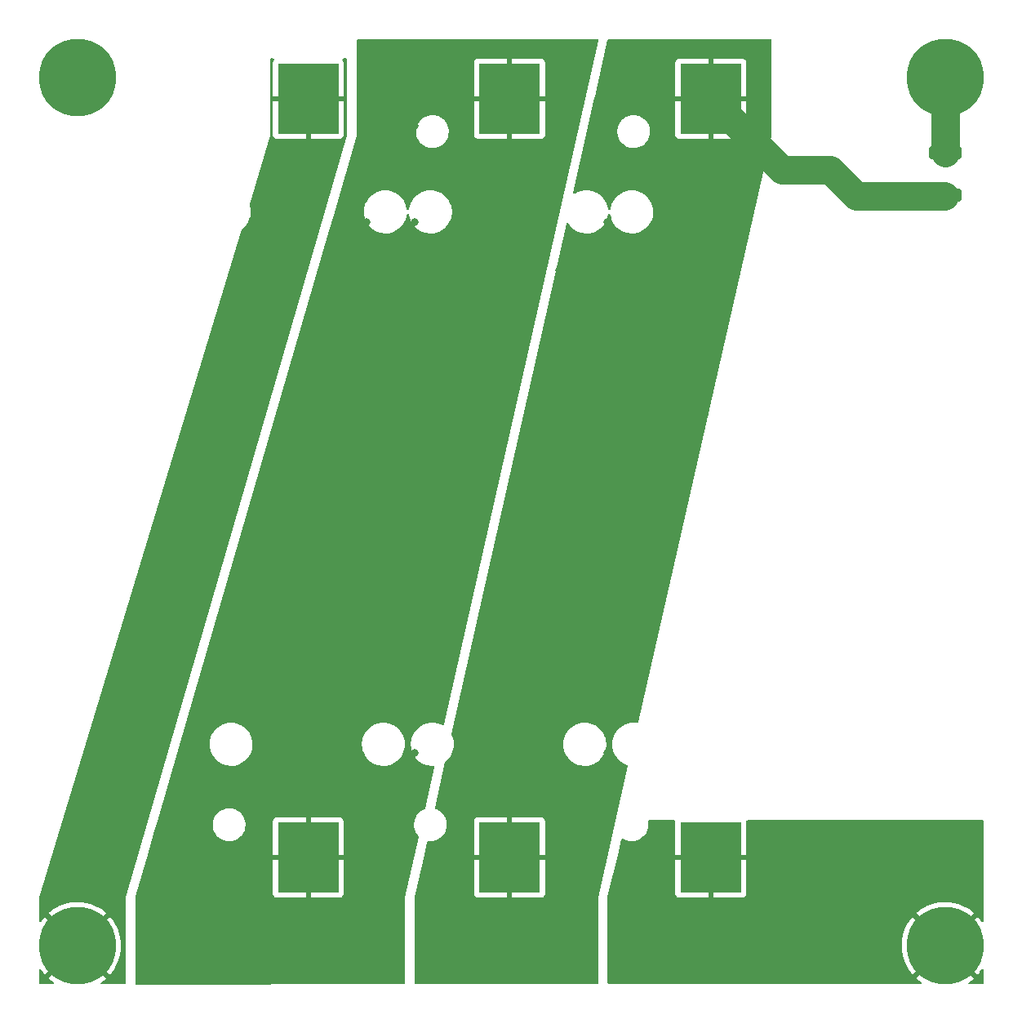
<source format=gbr>
%TF.GenerationSoftware,KiCad,Pcbnew,(6.0.7)*%
%TF.CreationDate,2022-10-24T21:40:11-07:00*%
%TF.ProjectId,18650_3s2p,31383635-305f-4337-9332-702e6b696361,2.0*%
%TF.SameCoordinates,Original*%
%TF.FileFunction,Copper,L2,Bot*%
%TF.FilePolarity,Positive*%
%FSLAX46Y46*%
G04 Gerber Fmt 4.6, Leading zero omitted, Abs format (unit mm)*
G04 Created by KiCad (PCBNEW (6.0.7)) date 2022-10-24 21:40:11*
%MOMM*%
%LPD*%
G01*
G04 APERTURE LIST*
G04 Aperture macros list*
%AMRoundRect*
0 Rectangle with rounded corners*
0 $1 Rounding radius*
0 $2 $3 $4 $5 $6 $7 $8 $9 X,Y pos of 4 corners*
0 Add a 4 corners polygon primitive as box body*
4,1,4,$2,$3,$4,$5,$6,$7,$8,$9,$2,$3,0*
0 Add four circle primitives for the rounded corners*
1,1,$1+$1,$2,$3*
1,1,$1+$1,$4,$5*
1,1,$1+$1,$6,$7*
1,1,$1+$1,$8,$9*
0 Add four rect primitives between the rounded corners*
20,1,$1+$1,$2,$3,$4,$5,0*
20,1,$1+$1,$4,$5,$6,$7,0*
20,1,$1+$1,$6,$7,$8,$9,0*
20,1,$1+$1,$8,$9,$2,$3,0*%
G04 Aperture macros list end*
%TA.AperFunction,SMDPad,CuDef*%
%ADD10R,6.350000X7.340000*%
%TD*%
%TA.AperFunction,ComponentPad*%
%ADD11C,0.900000*%
%TD*%
%TA.AperFunction,ComponentPad*%
%ADD12C,8.000000*%
%TD*%
%TA.AperFunction,SMDPad,CuDef*%
%ADD13RoundRect,0.250000X1.450000X-0.400000X1.450000X0.400000X-1.450000X0.400000X-1.450000X-0.400000X0*%
%TD*%
%TA.AperFunction,ViaPad*%
%ADD14C,0.800000*%
%TD*%
%TA.AperFunction,Conductor*%
%ADD15C,3.000000*%
%TD*%
%TA.AperFunction,Conductor*%
%ADD16C,0.250000*%
%TD*%
G04 APERTURE END LIST*
D10*
%TO.P,BT6,1,+*%
%TO.N,B1*%
X120700000Y-57190000D03*
%TO.P,BT6,2,-*%
%TO.N,B-*%
X120700000Y-135850000D03*
%TD*%
%TO.P,BT4,1,+*%
%TO.N,B+*%
X78940000Y-57190000D03*
%TO.P,BT4,2,-*%
%TO.N,B2*%
X78940000Y-135850000D03*
%TD*%
%TO.P,BT5,1,+*%
%TO.N,B2*%
X99820000Y-57190000D03*
%TO.P,BT5,2,-*%
%TO.N,B1*%
X99820000Y-135850000D03*
%TD*%
D11*
%TO.P,H4,1,1*%
%TO.N,B-*%
X142000000Y-145000000D03*
X147121320Y-142878680D03*
X145000000Y-148000000D03*
X147121320Y-147121320D03*
X142878680Y-147121320D03*
X142878680Y-142878680D03*
X145000000Y-142000000D03*
D12*
X145000000Y-145000000D03*
D11*
X148000000Y-145000000D03*
%TD*%
%TO.P,H3,1,1*%
%TO.N,Net-(F1-Pad2)*%
X142000000Y-55000000D03*
X147121320Y-52878680D03*
X145000000Y-58000000D03*
X147121320Y-57121320D03*
X142878680Y-57121320D03*
X142878680Y-52878680D03*
X145000000Y-52000000D03*
D12*
X145000000Y-55000000D03*
D11*
X148000000Y-55000000D03*
%TD*%
%TO.P,H2,1,1*%
%TO.N,Net-(F2-Pad2)*%
X52000000Y-55000000D03*
X57121320Y-52878680D03*
X55000000Y-58000000D03*
X57121320Y-57121320D03*
X52878680Y-57121320D03*
X52878680Y-52878680D03*
X55000000Y-52000000D03*
D12*
X55000000Y-55000000D03*
D11*
X58000000Y-55000000D03*
%TD*%
%TO.P,H1,1,1*%
%TO.N,B+*%
X52000000Y-145000000D03*
X57121320Y-142878680D03*
X55000000Y-148000000D03*
X57121320Y-147121320D03*
X52878680Y-147121320D03*
X52878680Y-142878680D03*
X55000000Y-142000000D03*
D12*
X55000000Y-145000000D03*
D11*
X58000000Y-145000000D03*
%TD*%
D13*
%TO.P,F1,2*%
%TO.N,Net-(F1-Pad2)*%
X145000000Y-62775000D03*
%TO.P,F1,1*%
%TO.N,B1*%
X145000000Y-67225000D03*
%TD*%
D14*
%TO.N,B2*%
X85000000Y-55000000D03*
X90000000Y-60000000D03*
X85000000Y-60000000D03*
X90000000Y-65000000D03*
X85000000Y-65000000D03*
X90000000Y-70000000D03*
X85000000Y-70000000D03*
X90000000Y-75000000D03*
X85000000Y-75000000D03*
X95000000Y-80000000D03*
X90000000Y-80100000D03*
X85000000Y-80100000D03*
X80000000Y-80000000D03*
X95000000Y-85000000D03*
X90000000Y-85000000D03*
X85000000Y-85000000D03*
X80000000Y-85000000D03*
X95000000Y-90000000D03*
X90000000Y-90000000D03*
X85000000Y-90000000D03*
X80000000Y-90000000D03*
X95000000Y-95000000D03*
X90000000Y-95000000D03*
X85000000Y-95000000D03*
X80000000Y-95000000D03*
X95000000Y-100000000D03*
X90000000Y-100000000D03*
X85000000Y-100000000D03*
X95000000Y-105000000D03*
X90000000Y-105000000D03*
X85000000Y-105000000D03*
X95000000Y-110000000D03*
X90000000Y-110000000D03*
X85000000Y-110000000D03*
X85000000Y-115000000D03*
X90000000Y-130000000D03*
X90000000Y-125000000D03*
X90000000Y-120000000D03*
X90000000Y-115000000D03*
%TO.N,B1*%
X115000000Y-55000000D03*
X110000000Y-55000000D03*
X110000000Y-130000000D03*
X110000000Y-125000000D03*
X110000000Y-120000000D03*
X115000000Y-60000000D03*
X110000000Y-60000000D03*
X115000000Y-65000000D03*
X110000000Y-65000000D03*
X120000000Y-75000000D03*
X115000000Y-70000000D03*
X110000000Y-70000000D03*
X105000000Y-75000000D03*
X115000000Y-75000000D03*
X110000000Y-75000000D03*
X120000000Y-80000000D03*
X120000000Y-85000000D03*
X120000000Y-90000000D03*
X105000000Y-115000000D03*
X110000000Y-115000000D03*
X115000000Y-100000000D03*
X115000000Y-90000000D03*
X115000000Y-105000000D03*
X115000000Y-80000000D03*
X115000000Y-85000000D03*
X115000000Y-95000000D03*
X115000000Y-110000000D03*
X110000000Y-100000000D03*
X110000000Y-90000000D03*
X110000000Y-105000000D03*
X110000000Y-80000000D03*
X110000000Y-85000000D03*
X110000000Y-95000000D03*
X110000000Y-110000000D03*
X105000000Y-105000000D03*
X105000000Y-95000000D03*
X105000000Y-85000000D03*
X105000000Y-110000000D03*
X105000000Y-100000000D03*
X105000000Y-90000000D03*
X105000000Y-80000000D03*
%TD*%
D15*
%TO.N,B1*%
X128110000Y-64600000D02*
X120700000Y-57190000D01*
X133100000Y-64600000D02*
X128110000Y-64600000D01*
X135800000Y-67300000D02*
X133100000Y-64600000D01*
X144925000Y-67300000D02*
X135800000Y-67300000D01*
D16*
X145000000Y-67225000D02*
X144925000Y-67300000D01*
D15*
%TO.N,Net-(F1-Pad2)*%
X145000000Y-62775000D02*
X145000000Y-55000000D01*
%TD*%
%TA.AperFunction,Conductor*%
%TO.N,B-*%
G36*
X116959441Y-132020002D02*
G01*
X117005934Y-132073658D01*
X117016966Y-132131911D01*
X117017000Y-132131911D01*
X117017000Y-132132093D01*
X117017136Y-132132811D01*
X117017000Y-132135323D01*
X117017000Y-135577885D01*
X117021475Y-135593124D01*
X117022865Y-135594329D01*
X117030548Y-135596000D01*
X124364884Y-135596000D01*
X124380123Y-135591525D01*
X124381328Y-135590135D01*
X124382999Y-135582452D01*
X124382999Y-132135323D01*
X124382863Y-132132810D01*
X124382999Y-132132233D01*
X124382999Y-132131912D01*
X124383075Y-132131912D01*
X124399154Y-132063708D01*
X124450219Y-132014383D01*
X124508679Y-132000000D01*
X148874000Y-132000000D01*
X148942121Y-132020002D01*
X148988614Y-132073658D01*
X149000000Y-132126000D01*
X149000000Y-142456504D01*
X148979998Y-142524625D01*
X148926342Y-142571118D01*
X148856068Y-142581222D01*
X148791488Y-142551728D01*
X148769296Y-142526597D01*
X148633930Y-142324389D01*
X148630537Y-142319787D01*
X148376832Y-142006489D01*
X148363963Y-141999226D01*
X148362596Y-141999305D01*
X148355268Y-142003942D01*
X148006618Y-142352592D01*
X147121320Y-143237889D01*
X146595233Y-143763977D01*
X145372022Y-144987188D01*
X145364408Y-145001132D01*
X145364539Y-145002965D01*
X145368790Y-145009580D01*
X146595232Y-146236022D01*
X147107995Y-146748786D01*
X147121319Y-146762110D01*
X148006617Y-147647407D01*
X148350688Y-147991478D01*
X148364134Y-147998820D01*
X148373970Y-147991900D01*
X148573611Y-147755657D01*
X148577097Y-147751130D01*
X148770787Y-147474512D01*
X148826244Y-147430184D01*
X148896863Y-147422875D01*
X148960224Y-147454906D01*
X148996209Y-147516107D01*
X149000000Y-147546783D01*
X149000000Y-148874000D01*
X148979998Y-148942121D01*
X148926342Y-148988614D01*
X148874000Y-149000000D01*
X147544211Y-149000000D01*
X147476090Y-148979998D01*
X147429597Y-148926342D01*
X147419493Y-148856068D01*
X147448987Y-148791488D01*
X147473389Y-148769788D01*
X147700898Y-148615174D01*
X147705511Y-148611723D01*
X147991829Y-148376539D01*
X148000290Y-148364106D01*
X147994040Y-148353250D01*
X147647408Y-148006618D01*
X146762111Y-147121320D01*
X146236023Y-146595233D01*
X145012812Y-145372022D01*
X144998868Y-145364408D01*
X144997035Y-145364539D01*
X144990420Y-145368790D01*
X143763978Y-146595232D01*
X142878680Y-147480529D01*
X142352593Y-148006617D01*
X142007723Y-148351487D01*
X142000109Y-148365431D01*
X142000190Y-148366564D01*
X142005168Y-148374136D01*
X142025401Y-148393539D01*
X142029678Y-148397283D01*
X142345218Y-148649175D01*
X142349811Y-148652512D01*
X142526185Y-148768809D01*
X142572045Y-148823007D01*
X142581323Y-148893395D01*
X142551074Y-148957625D01*
X142490902Y-148995305D01*
X142456825Y-149000000D01*
X110126000Y-149000000D01*
X110057879Y-148979998D01*
X110011386Y-148926342D01*
X110000000Y-148874000D01*
X110000000Y-145154638D01*
X140489964Y-145154638D01*
X140490163Y-145160343D01*
X140522540Y-145562753D01*
X140523258Y-145568430D01*
X140591970Y-145966229D01*
X140593201Y-145971829D01*
X140697689Y-146361786D01*
X140699413Y-146367219D01*
X140838817Y-146746108D01*
X140841025Y-146751362D01*
X141014192Y-147116050D01*
X141016877Y-147121099D01*
X141222390Y-147468606D01*
X141225500Y-147473358D01*
X141461668Y-147800812D01*
X141465208Y-147805278D01*
X141625528Y-147989704D01*
X141638657Y-147998113D01*
X141648570Y-147992220D01*
X141993382Y-147647408D01*
X142878680Y-146762111D01*
X142892004Y-146748787D01*
X143404767Y-146236023D01*
X144627978Y-145012812D01*
X144635592Y-144998868D01*
X144635461Y-144997035D01*
X144631210Y-144990420D01*
X143404768Y-143763978D01*
X142519471Y-142878680D01*
X141993383Y-142352593D01*
X141650424Y-142009634D01*
X141636480Y-142002020D01*
X141636287Y-142002033D01*
X141627465Y-142008012D01*
X141524743Y-142121298D01*
X141521091Y-142125712D01*
X141278139Y-142448120D01*
X141274906Y-142452843D01*
X141062173Y-142795946D01*
X141059379Y-142800946D01*
X140878624Y-143161905D01*
X140876290Y-143167147D01*
X140728992Y-143543009D01*
X140727149Y-143548422D01*
X140614517Y-143936103D01*
X140613175Y-143941653D01*
X140536142Y-144337952D01*
X140535309Y-144343593D01*
X140494512Y-144745234D01*
X140494192Y-144750958D01*
X140489964Y-145154638D01*
X110000000Y-145154638D01*
X110000000Y-141638713D01*
X142001723Y-141638713D01*
X142001735Y-141639144D01*
X142007102Y-141647892D01*
X142352592Y-141993382D01*
X142809617Y-142450408D01*
X142878679Y-142519470D01*
X143763977Y-143404767D01*
X144987188Y-144627978D01*
X145001132Y-144635592D01*
X145002965Y-144635461D01*
X145009580Y-144631210D01*
X146236022Y-143404768D01*
X147121320Y-142519471D01*
X147190382Y-142450409D01*
X147647407Y-141993383D01*
X147990943Y-141649847D01*
X147998351Y-141636280D01*
X147991609Y-141626624D01*
X147780533Y-141445711D01*
X147776040Y-141442200D01*
X147446969Y-141208341D01*
X147442146Y-141205233D01*
X147093242Y-141002166D01*
X147088177Y-140999519D01*
X146722296Y-140828905D01*
X146717003Y-140826724D01*
X146337166Y-140689973D01*
X146331706Y-140688284D01*
X145941036Y-140586522D01*
X145935446Y-140585334D01*
X145537154Y-140519397D01*
X145531490Y-140518721D01*
X145128851Y-140489153D01*
X145123150Y-140488994D01*
X144719489Y-140496040D01*
X144713801Y-140496398D01*
X144312457Y-140539998D01*
X144306787Y-140540876D01*
X143911058Y-140620669D01*
X143905512Y-140622051D01*
X143518627Y-140737387D01*
X143513223Y-140739269D01*
X143138396Y-140889189D01*
X143133189Y-140891551D01*
X142773475Y-141074834D01*
X142768510Y-141077655D01*
X142426897Y-141292781D01*
X142422202Y-141296044D01*
X142101494Y-141541243D01*
X142097114Y-141544917D01*
X142009910Y-141625106D01*
X142001723Y-141638713D01*
X110000000Y-141638713D01*
X110000000Y-139815123D01*
X110003580Y-139785303D01*
X110039558Y-139637606D01*
X110057325Y-139564669D01*
X117017001Y-139564669D01*
X117017371Y-139571490D01*
X117022895Y-139622352D01*
X117026521Y-139637604D01*
X117071676Y-139758054D01*
X117080214Y-139773649D01*
X117156715Y-139875724D01*
X117169276Y-139888285D01*
X117271351Y-139964786D01*
X117286946Y-139973324D01*
X117407394Y-140018478D01*
X117422649Y-140022105D01*
X117473514Y-140027631D01*
X117480328Y-140028000D01*
X120427885Y-140028000D01*
X120443124Y-140023525D01*
X120444329Y-140022135D01*
X120446000Y-140014452D01*
X120446000Y-140009884D01*
X120954000Y-140009884D01*
X120958475Y-140025123D01*
X120959865Y-140026328D01*
X120967548Y-140027999D01*
X123919669Y-140027999D01*
X123926490Y-140027629D01*
X123977352Y-140022105D01*
X123992604Y-140018479D01*
X124113054Y-139973324D01*
X124128649Y-139964786D01*
X124230724Y-139888285D01*
X124243285Y-139875724D01*
X124319786Y-139773649D01*
X124328324Y-139758054D01*
X124373478Y-139637606D01*
X124377105Y-139622351D01*
X124382631Y-139571486D01*
X124383000Y-139564672D01*
X124383000Y-136122115D01*
X124378525Y-136106876D01*
X124377135Y-136105671D01*
X124369452Y-136104000D01*
X120972115Y-136104000D01*
X120956876Y-136108475D01*
X120955671Y-136109865D01*
X120954000Y-136117548D01*
X120954000Y-140009884D01*
X120446000Y-140009884D01*
X120446000Y-136122115D01*
X120441525Y-136106876D01*
X120440135Y-136105671D01*
X120432452Y-136104000D01*
X117035116Y-136104000D01*
X117019877Y-136108475D01*
X117018672Y-136109865D01*
X117017001Y-136117548D01*
X117017001Y-139564669D01*
X110057325Y-139564669D01*
X111025480Y-135590135D01*
X111417148Y-133982235D01*
X111452704Y-133920783D01*
X111515838Y-133888310D01*
X111586507Y-133895125D01*
X111598223Y-133900541D01*
X111821468Y-134017996D01*
X111825984Y-134019555D01*
X111825990Y-134019558D01*
X111952565Y-134063264D01*
X112066451Y-134102590D01*
X112184193Y-134124093D01*
X112317441Y-134148429D01*
X112317445Y-134148429D01*
X112321412Y-134149154D01*
X112404342Y-134153500D01*
X112565903Y-134153500D01*
X112568282Y-134153319D01*
X112568283Y-134153319D01*
X112753664Y-134139218D01*
X112753669Y-134139217D01*
X112758431Y-134138855D01*
X112763084Y-134137776D01*
X112763087Y-134137776D01*
X113006251Y-134081413D01*
X113006250Y-134081413D01*
X113010915Y-134080332D01*
X113251642Y-133984292D01*
X113475072Y-133852944D01*
X113478783Y-133849923D01*
X113478787Y-133849920D01*
X113672351Y-133692334D01*
X113676063Y-133689312D01*
X113679272Y-133685767D01*
X113679277Y-133685762D01*
X113846774Y-133500713D01*
X113849990Y-133497160D01*
X113992851Y-133280910D01*
X114066888Y-133120313D01*
X114099352Y-133049892D01*
X114099353Y-133049889D01*
X114101358Y-133045540D01*
X114173015Y-132796465D01*
X114206172Y-132539417D01*
X114200065Y-132280311D01*
X114176614Y-132147988D01*
X114184422Y-132077422D01*
X114229141Y-132022279D01*
X114300681Y-132000000D01*
X116891320Y-132000000D01*
X116959441Y-132020002D01*
G37*
%TD.AperFunction*%
%TD*%
%TA.AperFunction,Conductor*%
%TO.N,B1*%
G36*
X126942121Y-51020002D02*
G01*
X126988614Y-51073658D01*
X127000000Y-51126000D01*
X127000000Y-61085809D01*
X126996844Y-61113834D01*
X124707351Y-71149445D01*
X113149629Y-121810793D01*
X113114976Y-121872759D01*
X113052324Y-121906153D01*
X113007077Y-121907217D01*
X112902881Y-121890714D01*
X112857854Y-121888669D01*
X112811503Y-121886564D01*
X112811484Y-121886564D01*
X112810084Y-121886500D01*
X112624736Y-121886500D01*
X112403944Y-121901165D01*
X112113090Y-121959812D01*
X111832547Y-122056410D01*
X111828804Y-122058284D01*
X111828800Y-122058286D01*
X111654179Y-122145730D01*
X111567244Y-122189264D01*
X111321842Y-122356039D01*
X111100654Y-122553804D01*
X110907564Y-122779086D01*
X110905290Y-122782588D01*
X110905289Y-122782589D01*
X110800698Y-122943646D01*
X110745965Y-123027927D01*
X110618696Y-123295954D01*
X110617417Y-123299937D01*
X110617416Y-123299940D01*
X110557044Y-123487979D01*
X110527994Y-123578458D01*
X110527253Y-123582577D01*
X110492174Y-123777541D01*
X110475452Y-123870477D01*
X110475263Y-123874644D01*
X110475262Y-123874651D01*
X110466060Y-124077290D01*
X110461992Y-124166880D01*
X110462355Y-124171028D01*
X110462355Y-124171032D01*
X110487487Y-124458293D01*
X110487488Y-124458301D01*
X110487852Y-124462459D01*
X110552577Y-124752021D01*
X110554019Y-124755941D01*
X110554021Y-124755947D01*
X110653582Y-125026548D01*
X110655029Y-125030480D01*
X110656980Y-125034180D01*
X110656982Y-125034185D01*
X110748784Y-125208302D01*
X110793410Y-125292942D01*
X110965288Y-125534797D01*
X111167642Y-125751796D01*
X111396918Y-125940125D01*
X111649088Y-126096477D01*
X111919722Y-126218105D01*
X111923734Y-126219301D01*
X111923742Y-126219304D01*
X112016771Y-126247038D01*
X112076338Y-126285667D01*
X112105564Y-126350369D01*
X112103618Y-126395807D01*
X109000000Y-140000000D01*
X109000000Y-148874000D01*
X108979998Y-148942121D01*
X108926342Y-148988614D01*
X108874000Y-149000000D01*
X90126000Y-149000000D01*
X90057879Y-148979998D01*
X90011386Y-148926342D01*
X90000000Y-148874000D01*
X90000000Y-140013982D01*
X90003066Y-139986356D01*
X90096295Y-139571486D01*
X90097827Y-139564669D01*
X96137001Y-139564669D01*
X96137371Y-139571490D01*
X96142895Y-139622352D01*
X96146521Y-139637604D01*
X96191676Y-139758054D01*
X96200214Y-139773649D01*
X96276715Y-139875724D01*
X96289276Y-139888285D01*
X96391351Y-139964786D01*
X96406946Y-139973324D01*
X96527394Y-140018478D01*
X96542649Y-140022105D01*
X96593514Y-140027631D01*
X96600328Y-140028000D01*
X99547885Y-140028000D01*
X99563124Y-140023525D01*
X99564329Y-140022135D01*
X99566000Y-140014452D01*
X99566000Y-140009884D01*
X100074000Y-140009884D01*
X100078475Y-140025123D01*
X100079865Y-140026328D01*
X100087548Y-140027999D01*
X103039669Y-140027999D01*
X103046490Y-140027629D01*
X103097352Y-140022105D01*
X103112604Y-140018479D01*
X103233054Y-139973324D01*
X103248649Y-139964786D01*
X103350724Y-139888285D01*
X103363285Y-139875724D01*
X103439786Y-139773649D01*
X103448324Y-139758054D01*
X103493478Y-139637606D01*
X103497105Y-139622351D01*
X103502631Y-139571486D01*
X103503000Y-139564672D01*
X103503000Y-136122115D01*
X103498525Y-136106876D01*
X103497135Y-136105671D01*
X103489452Y-136104000D01*
X100092115Y-136104000D01*
X100076876Y-136108475D01*
X100075671Y-136109865D01*
X100074000Y-136117548D01*
X100074000Y-140009884D01*
X99566000Y-140009884D01*
X99566000Y-136122115D01*
X99561525Y-136106876D01*
X99560135Y-136105671D01*
X99552452Y-136104000D01*
X96155116Y-136104000D01*
X96139877Y-136108475D01*
X96138672Y-136109865D01*
X96137001Y-136117548D01*
X96137001Y-139564669D01*
X90097827Y-139564669D01*
X90993734Y-135577885D01*
X96137000Y-135577885D01*
X96141475Y-135593124D01*
X96142865Y-135594329D01*
X96150548Y-135596000D01*
X99547885Y-135596000D01*
X99563124Y-135591525D01*
X99564329Y-135590135D01*
X99566000Y-135582452D01*
X99566000Y-135577885D01*
X100074000Y-135577885D01*
X100078475Y-135593124D01*
X100079865Y-135594329D01*
X100087548Y-135596000D01*
X103484884Y-135596000D01*
X103500123Y-135591525D01*
X103501328Y-135590135D01*
X103502999Y-135582452D01*
X103502999Y-132135331D01*
X103502629Y-132128510D01*
X103497105Y-132077648D01*
X103493479Y-132062396D01*
X103448324Y-131941946D01*
X103439786Y-131926351D01*
X103363285Y-131824276D01*
X103350724Y-131811715D01*
X103248649Y-131735214D01*
X103233054Y-131726676D01*
X103112606Y-131681522D01*
X103097351Y-131677895D01*
X103046486Y-131672369D01*
X103039672Y-131672000D01*
X100092115Y-131672000D01*
X100076876Y-131676475D01*
X100075671Y-131677865D01*
X100074000Y-131685548D01*
X100074000Y-135577885D01*
X99566000Y-135577885D01*
X99566000Y-131690116D01*
X99561525Y-131674877D01*
X99560135Y-131673672D01*
X99552452Y-131672001D01*
X96600331Y-131672001D01*
X96593510Y-131672371D01*
X96542648Y-131677895D01*
X96527396Y-131681521D01*
X96406946Y-131726676D01*
X96391351Y-131735214D01*
X96289276Y-131811715D01*
X96276715Y-131824276D01*
X96200214Y-131926351D01*
X96191676Y-131941946D01*
X96146522Y-132062394D01*
X96142895Y-132077649D01*
X96137369Y-132128514D01*
X96137000Y-132135328D01*
X96137000Y-135577885D01*
X90993734Y-135577885D01*
X91293257Y-134245006D01*
X91327708Y-134182929D01*
X91390251Y-134149331D01*
X91433324Y-134148756D01*
X91433417Y-134147958D01*
X91437439Y-134148428D01*
X91441412Y-134149154D01*
X91524342Y-134153500D01*
X91685903Y-134153500D01*
X91688282Y-134153319D01*
X91688283Y-134153319D01*
X91873664Y-134139218D01*
X91873669Y-134139217D01*
X91878431Y-134138855D01*
X91883084Y-134137776D01*
X91883087Y-134137776D01*
X92126251Y-134081413D01*
X92126250Y-134081413D01*
X92130915Y-134080332D01*
X92371642Y-133984292D01*
X92595072Y-133852944D01*
X92598783Y-133849923D01*
X92598787Y-133849920D01*
X92792351Y-133692334D01*
X92796063Y-133689312D01*
X92799272Y-133685767D01*
X92799277Y-133685762D01*
X92966774Y-133500713D01*
X92969990Y-133497160D01*
X93112851Y-133280910D01*
X93186888Y-133120313D01*
X93219352Y-133049892D01*
X93219353Y-133049889D01*
X93221358Y-133045540D01*
X93293015Y-132796465D01*
X93326172Y-132539417D01*
X93320065Y-132280311D01*
X93294371Y-132135331D01*
X93275671Y-132029814D01*
X93275670Y-132029810D01*
X93274837Y-132025110D01*
X93191527Y-131779687D01*
X93189326Y-131775451D01*
X93189324Y-131775445D01*
X93108104Y-131619090D01*
X93072053Y-131549689D01*
X92919163Y-131340410D01*
X92915789Y-131337018D01*
X92739752Y-131160055D01*
X92739747Y-131160051D01*
X92736378Y-131156664D01*
X92527901Y-131002681D01*
X92523661Y-131000450D01*
X92302768Y-130884232D01*
X92302761Y-130884229D01*
X92298532Y-130882004D01*
X92294016Y-130880445D01*
X92294010Y-130880442D01*
X92173472Y-130838820D01*
X92115611Y-130797680D01*
X92089177Y-130731787D01*
X92091664Y-130692095D01*
X93156826Y-125952125D01*
X93191277Y-125890048D01*
X93198179Y-125883984D01*
X93198158Y-125883961D01*
X93416231Y-125688981D01*
X93419346Y-125686196D01*
X93612436Y-125460914D01*
X93670466Y-125371556D01*
X93771763Y-125215572D01*
X93771765Y-125215569D01*
X93774035Y-125212073D01*
X93784551Y-125189928D01*
X93822629Y-125109734D01*
X93901304Y-124944046D01*
X93902584Y-124940060D01*
X93990726Y-124665530D01*
X93990727Y-124665524D01*
X93992006Y-124661542D01*
X94027719Y-124463056D01*
X94043809Y-124373632D01*
X94043810Y-124373627D01*
X94044548Y-124369523D01*
X94046746Y-124321134D01*
X94053751Y-124166880D01*
X105381992Y-124166880D01*
X105382355Y-124171028D01*
X105382355Y-124171032D01*
X105407487Y-124458293D01*
X105407488Y-124458301D01*
X105407852Y-124462459D01*
X105472577Y-124752021D01*
X105474019Y-124755941D01*
X105474021Y-124755947D01*
X105573582Y-125026548D01*
X105575029Y-125030480D01*
X105576980Y-125034180D01*
X105576982Y-125034185D01*
X105668784Y-125208302D01*
X105713410Y-125292942D01*
X105885288Y-125534797D01*
X106087642Y-125751796D01*
X106316918Y-125940125D01*
X106569088Y-126096477D01*
X106839722Y-126218105D01*
X106936776Y-126247038D01*
X107120065Y-126301679D01*
X107120067Y-126301679D01*
X107124064Y-126302871D01*
X107128184Y-126303524D01*
X107128186Y-126303524D01*
X107247106Y-126322359D01*
X107417119Y-126349286D01*
X107462146Y-126351331D01*
X107508497Y-126353436D01*
X107508516Y-126353436D01*
X107509916Y-126353500D01*
X107695264Y-126353500D01*
X107916056Y-126338835D01*
X108206910Y-126280188D01*
X108487453Y-126183590D01*
X108491196Y-126181716D01*
X108491200Y-126181714D01*
X108749012Y-126052611D01*
X108749014Y-126052610D01*
X108752756Y-126050736D01*
X108962050Y-125908500D01*
X108994699Y-125886312D01*
X108994702Y-125886310D01*
X108998158Y-125883961D01*
X109219346Y-125686196D01*
X109412436Y-125460914D01*
X109470466Y-125371556D01*
X109571763Y-125215572D01*
X109571765Y-125215569D01*
X109574035Y-125212073D01*
X109584551Y-125189928D01*
X109622629Y-125109734D01*
X109701304Y-124944046D01*
X109702584Y-124940060D01*
X109790726Y-124665530D01*
X109790727Y-124665524D01*
X109792006Y-124661542D01*
X109827719Y-124463056D01*
X109843809Y-124373632D01*
X109843810Y-124373627D01*
X109844548Y-124369523D01*
X109846746Y-124321134D01*
X109857819Y-124077290D01*
X109857819Y-124077285D01*
X109858008Y-124073120D01*
X109857645Y-124068968D01*
X109832513Y-123781707D01*
X109832512Y-123781699D01*
X109832148Y-123777541D01*
X109767423Y-123487979D01*
X109696773Y-123295954D01*
X109666418Y-123213452D01*
X109666416Y-123213448D01*
X109664971Y-123209520D01*
X109622244Y-123128480D01*
X109528543Y-122950762D01*
X109528542Y-122950761D01*
X109526590Y-122947058D01*
X109354712Y-122705203D01*
X109152358Y-122488204D01*
X108923082Y-122299875D01*
X108670912Y-122143523D01*
X108400278Y-122021895D01*
X108227610Y-121970420D01*
X108119935Y-121938321D01*
X108119933Y-121938321D01*
X108115936Y-121937129D01*
X108111816Y-121936476D01*
X108111814Y-121936476D01*
X107992894Y-121917641D01*
X107822881Y-121890714D01*
X107777854Y-121888669D01*
X107731503Y-121886564D01*
X107731484Y-121886564D01*
X107730084Y-121886500D01*
X107544736Y-121886500D01*
X107323944Y-121901165D01*
X107033090Y-121959812D01*
X106752547Y-122056410D01*
X106748804Y-122058284D01*
X106748800Y-122058286D01*
X106574179Y-122145730D01*
X106487244Y-122189264D01*
X106241842Y-122356039D01*
X106020654Y-122553804D01*
X105827564Y-122779086D01*
X105825290Y-122782588D01*
X105825289Y-122782589D01*
X105720698Y-122943646D01*
X105665965Y-123027927D01*
X105538696Y-123295954D01*
X105537417Y-123299937D01*
X105537416Y-123299940D01*
X105477044Y-123487979D01*
X105447994Y-123578458D01*
X105447253Y-123582577D01*
X105412174Y-123777541D01*
X105395452Y-123870477D01*
X105395263Y-123874644D01*
X105395262Y-123874651D01*
X105386060Y-124077290D01*
X105381992Y-124166880D01*
X94053751Y-124166880D01*
X94057819Y-124077290D01*
X94057819Y-124077285D01*
X94058008Y-124073120D01*
X94057645Y-124068968D01*
X94032513Y-123781707D01*
X94032512Y-123781699D01*
X94032148Y-123777541D01*
X93967423Y-123487979D01*
X93896773Y-123295954D01*
X93866418Y-123213452D01*
X93866416Y-123213448D01*
X93864971Y-123209520D01*
X93822243Y-123128479D01*
X93808166Y-123058893D01*
X93810765Y-123042096D01*
X105696498Y-70150586D01*
X105730948Y-70088510D01*
X105793491Y-70054912D01*
X105864271Y-70060462D01*
X105922137Y-70105223D01*
X106030292Y-70257411D01*
X106085288Y-70334797D01*
X106287642Y-70551796D01*
X106516918Y-70740125D01*
X106769088Y-70896477D01*
X107039722Y-71018105D01*
X107212390Y-71069580D01*
X107320065Y-71101679D01*
X107320067Y-71101679D01*
X107324064Y-71102871D01*
X107328184Y-71103524D01*
X107328186Y-71103524D01*
X107447106Y-71122359D01*
X107617119Y-71149286D01*
X107662146Y-71151331D01*
X107708497Y-71153436D01*
X107708516Y-71153436D01*
X107709916Y-71153500D01*
X107895264Y-71153500D01*
X108116056Y-71138835D01*
X108406910Y-71080188D01*
X108687453Y-70983590D01*
X108691196Y-70981716D01*
X108691200Y-70981714D01*
X108949012Y-70852611D01*
X108949014Y-70852610D01*
X108952756Y-70850736D01*
X109198158Y-70683961D01*
X109419346Y-70486196D01*
X109612436Y-70260914D01*
X109713543Y-70105223D01*
X109771763Y-70015572D01*
X109771765Y-70015569D01*
X109774035Y-70012073D01*
X109901304Y-69744046D01*
X109961696Y-69555947D01*
X109990726Y-69465530D01*
X109990727Y-69465524D01*
X109992006Y-69461542D01*
X110035555Y-69219504D01*
X110067304Y-69156001D01*
X110128345Y-69119745D01*
X110199298Y-69122245D01*
X110257635Y-69162708D01*
X110285084Y-69230834D01*
X110287485Y-69258277D01*
X110287488Y-69258294D01*
X110287852Y-69262459D01*
X110352577Y-69552021D01*
X110354019Y-69555941D01*
X110354021Y-69555947D01*
X110424619Y-69747827D01*
X110455029Y-69830480D01*
X110593410Y-70092942D01*
X110765288Y-70334797D01*
X110967642Y-70551796D01*
X111196918Y-70740125D01*
X111449088Y-70896477D01*
X111719722Y-71018105D01*
X111892390Y-71069580D01*
X112000065Y-71101679D01*
X112000067Y-71101679D01*
X112004064Y-71102871D01*
X112008184Y-71103524D01*
X112008186Y-71103524D01*
X112127106Y-71122359D01*
X112297119Y-71149286D01*
X112342146Y-71151331D01*
X112388497Y-71153436D01*
X112388516Y-71153436D01*
X112389916Y-71153500D01*
X112575264Y-71153500D01*
X112796056Y-71138835D01*
X113086910Y-71080188D01*
X113367453Y-70983590D01*
X113371196Y-70981716D01*
X113371200Y-70981714D01*
X113629012Y-70852611D01*
X113629014Y-70852610D01*
X113632756Y-70850736D01*
X113878158Y-70683961D01*
X114099346Y-70486196D01*
X114292436Y-70260914D01*
X114393543Y-70105223D01*
X114451763Y-70015572D01*
X114451765Y-70015569D01*
X114454035Y-70012073D01*
X114581304Y-69744046D01*
X114641696Y-69555947D01*
X114670726Y-69465530D01*
X114670727Y-69465524D01*
X114672006Y-69461542D01*
X114707091Y-69266548D01*
X114723809Y-69173632D01*
X114723810Y-69173627D01*
X114724548Y-69169523D01*
X114724858Y-69162708D01*
X114737819Y-68877290D01*
X114737819Y-68877285D01*
X114738008Y-68873120D01*
X114724634Y-68720255D01*
X114712513Y-68581707D01*
X114712512Y-68581699D01*
X114712148Y-68577541D01*
X114647423Y-68287979D01*
X114576773Y-68095954D01*
X114546418Y-68013452D01*
X114546416Y-68013448D01*
X114544971Y-68009520D01*
X114406590Y-67747058D01*
X114234712Y-67505203D01*
X114032358Y-67288204D01*
X113803082Y-67099875D01*
X113550912Y-66943523D01*
X113280278Y-66821895D01*
X113107610Y-66770420D01*
X112999935Y-66738321D01*
X112999933Y-66738321D01*
X112995936Y-66737129D01*
X112991816Y-66736476D01*
X112991814Y-66736476D01*
X112872894Y-66717641D01*
X112702881Y-66690714D01*
X112657854Y-66688669D01*
X112611503Y-66686564D01*
X112611484Y-66686564D01*
X112610084Y-66686500D01*
X112424736Y-66686500D01*
X112203944Y-66701165D01*
X111913090Y-66759812D01*
X111632547Y-66856410D01*
X111628804Y-66858284D01*
X111628800Y-66858286D01*
X111454179Y-66945730D01*
X111367244Y-66989264D01*
X111121842Y-67156039D01*
X110900654Y-67353804D01*
X110707564Y-67579086D01*
X110705290Y-67582588D01*
X110705289Y-67582589D01*
X110600698Y-67743646D01*
X110545965Y-67827927D01*
X110418696Y-68095954D01*
X110417417Y-68099937D01*
X110417416Y-68099940D01*
X110357044Y-68287979D01*
X110327994Y-68378458D01*
X110284445Y-68620496D01*
X110252696Y-68683999D01*
X110191655Y-68720255D01*
X110120702Y-68717755D01*
X110062365Y-68677292D01*
X110034916Y-68609166D01*
X110032515Y-68581723D01*
X110032512Y-68581706D01*
X110032148Y-68577541D01*
X109967423Y-68287979D01*
X109896773Y-68095954D01*
X109866418Y-68013452D01*
X109866416Y-68013448D01*
X109864971Y-68009520D01*
X109726590Y-67747058D01*
X109554712Y-67505203D01*
X109352358Y-67288204D01*
X109123082Y-67099875D01*
X108870912Y-66943523D01*
X108600278Y-66821895D01*
X108427610Y-66770420D01*
X108319935Y-66738321D01*
X108319933Y-66738321D01*
X108315936Y-66737129D01*
X108311816Y-66736476D01*
X108311814Y-66736476D01*
X108192894Y-66717641D01*
X108022881Y-66690714D01*
X107977854Y-66688669D01*
X107931503Y-66686564D01*
X107931484Y-66686564D01*
X107930084Y-66686500D01*
X107744736Y-66686500D01*
X107523944Y-66701165D01*
X107233090Y-66759812D01*
X106952547Y-66856410D01*
X106948804Y-66858284D01*
X106948800Y-66858286D01*
X106774179Y-66945730D01*
X106687244Y-66989264D01*
X106620022Y-67034948D01*
X106552441Y-67056693D01*
X106483828Y-67038449D01*
X106435972Y-66986006D01*
X106424065Y-66916015D01*
X106426268Y-66903109D01*
X107865037Y-60500583D01*
X110993828Y-60500583D01*
X110999935Y-60759689D01*
X111000769Y-60764394D01*
X111025630Y-60904672D01*
X111045163Y-61014890D01*
X111128473Y-61260313D01*
X111130674Y-61264549D01*
X111130676Y-61264555D01*
X111181365Y-61362135D01*
X111247947Y-61490311D01*
X111400837Y-61699590D01*
X111404209Y-61702980D01*
X111404211Y-61702982D01*
X111580248Y-61879945D01*
X111580253Y-61879949D01*
X111583622Y-61883336D01*
X111792099Y-62037319D01*
X111796337Y-62039549D01*
X111796339Y-62039550D01*
X112017232Y-62155768D01*
X112017239Y-62155771D01*
X112021468Y-62157996D01*
X112025984Y-62159555D01*
X112025990Y-62159558D01*
X112152565Y-62203264D01*
X112266451Y-62242590D01*
X112384193Y-62264093D01*
X112517441Y-62288429D01*
X112517445Y-62288429D01*
X112521412Y-62289154D01*
X112604342Y-62293500D01*
X112765903Y-62293500D01*
X112768282Y-62293319D01*
X112768283Y-62293319D01*
X112953664Y-62279218D01*
X112953669Y-62279217D01*
X112958431Y-62278855D01*
X112963084Y-62277776D01*
X112963087Y-62277776D01*
X113206251Y-62221413D01*
X113206250Y-62221413D01*
X113210915Y-62220332D01*
X113451642Y-62124292D01*
X113675072Y-61992944D01*
X113678783Y-61989923D01*
X113678787Y-61989920D01*
X113872351Y-61832334D01*
X113876063Y-61829312D01*
X113879272Y-61825767D01*
X113879277Y-61825762D01*
X114046774Y-61640713D01*
X114049990Y-61637160D01*
X114192851Y-61420910D01*
X114217013Y-61368500D01*
X114299352Y-61189892D01*
X114299353Y-61189889D01*
X114301358Y-61185540D01*
X114321987Y-61113834D01*
X114371694Y-60941058D01*
X114371695Y-60941053D01*
X114373015Y-60936465D01*
X114376623Y-60908500D01*
X114377117Y-60904669D01*
X117017001Y-60904669D01*
X117017371Y-60911490D01*
X117022895Y-60962352D01*
X117026521Y-60977604D01*
X117071676Y-61098054D01*
X117080214Y-61113649D01*
X117156715Y-61215724D01*
X117169276Y-61228285D01*
X117271351Y-61304786D01*
X117286946Y-61313324D01*
X117407394Y-61358478D01*
X117422649Y-61362105D01*
X117473514Y-61367631D01*
X117480328Y-61368000D01*
X120427885Y-61368000D01*
X120443124Y-61363525D01*
X120444329Y-61362135D01*
X120446000Y-61354452D01*
X120446000Y-61349884D01*
X120954000Y-61349884D01*
X120958475Y-61365123D01*
X120959865Y-61366328D01*
X120967548Y-61367999D01*
X123919669Y-61367999D01*
X123926490Y-61367629D01*
X123977352Y-61362105D01*
X123992604Y-61358479D01*
X124113054Y-61313324D01*
X124128649Y-61304786D01*
X124230724Y-61228285D01*
X124243285Y-61215724D01*
X124319786Y-61113649D01*
X124328324Y-61098054D01*
X124373478Y-60977606D01*
X124377105Y-60962351D01*
X124382631Y-60911486D01*
X124383000Y-60904672D01*
X124383000Y-57462115D01*
X124378525Y-57446876D01*
X124377135Y-57445671D01*
X124369452Y-57444000D01*
X120972115Y-57444000D01*
X120956876Y-57448475D01*
X120955671Y-57449865D01*
X120954000Y-57457548D01*
X120954000Y-61349884D01*
X120446000Y-61349884D01*
X120446000Y-57462115D01*
X120441525Y-57446876D01*
X120440135Y-57445671D01*
X120432452Y-57444000D01*
X117035116Y-57444000D01*
X117019877Y-57448475D01*
X117018672Y-57449865D01*
X117017001Y-57457548D01*
X117017001Y-60904669D01*
X114377117Y-60904669D01*
X114405561Y-60684154D01*
X114406172Y-60679417D01*
X114400065Y-60420311D01*
X114367922Y-60238942D01*
X114355671Y-60169814D01*
X114355670Y-60169810D01*
X114354837Y-60165110D01*
X114271527Y-59919687D01*
X114269326Y-59915451D01*
X114269324Y-59915445D01*
X114188104Y-59759090D01*
X114152053Y-59689689D01*
X113999163Y-59480410D01*
X113873466Y-59354052D01*
X113819752Y-59300055D01*
X113819747Y-59300051D01*
X113816378Y-59296664D01*
X113607901Y-59142681D01*
X113586091Y-59131206D01*
X113382768Y-59024232D01*
X113382761Y-59024229D01*
X113378532Y-59022004D01*
X113374016Y-59020445D01*
X113374010Y-59020442D01*
X113203148Y-58961443D01*
X113133549Y-58937410D01*
X113015807Y-58915907D01*
X112882559Y-58891571D01*
X112882555Y-58891571D01*
X112878588Y-58890846D01*
X112795658Y-58886500D01*
X112634097Y-58886500D01*
X112631718Y-58886681D01*
X112631717Y-58886681D01*
X112446336Y-58900782D01*
X112446331Y-58900783D01*
X112441569Y-58901145D01*
X112436916Y-58902224D01*
X112436913Y-58902224D01*
X112288822Y-58936550D01*
X112189085Y-58959668D01*
X111948358Y-59055708D01*
X111724928Y-59187056D01*
X111721217Y-59190077D01*
X111721213Y-59190080D01*
X111541110Y-59336707D01*
X111523937Y-59350688D01*
X111520728Y-59354233D01*
X111520723Y-59354238D01*
X111403021Y-59484274D01*
X111350010Y-59542840D01*
X111347369Y-59546838D01*
X111347368Y-59546839D01*
X111268759Y-59665830D01*
X111207149Y-59759090D01*
X111205148Y-59763430D01*
X111205146Y-59763434D01*
X111131025Y-59924215D01*
X111098642Y-59994460D01*
X111026985Y-60243535D01*
X110993828Y-60500583D01*
X107865037Y-60500583D01*
X108547839Y-57462115D01*
X108670138Y-56917885D01*
X117017000Y-56917885D01*
X117021475Y-56933124D01*
X117022865Y-56934329D01*
X117030548Y-56936000D01*
X120427885Y-56936000D01*
X120443124Y-56931525D01*
X120444329Y-56930135D01*
X120446000Y-56922452D01*
X120446000Y-56917885D01*
X120954000Y-56917885D01*
X120958475Y-56933124D01*
X120959865Y-56934329D01*
X120967548Y-56936000D01*
X124364884Y-56936000D01*
X124380123Y-56931525D01*
X124381328Y-56930135D01*
X124382999Y-56922452D01*
X124382999Y-53475331D01*
X124382629Y-53468510D01*
X124377105Y-53417648D01*
X124373479Y-53402396D01*
X124328324Y-53281946D01*
X124319786Y-53266351D01*
X124243285Y-53164276D01*
X124230724Y-53151715D01*
X124128649Y-53075214D01*
X124113054Y-53066676D01*
X123992606Y-53021522D01*
X123977351Y-53017895D01*
X123926486Y-53012369D01*
X123919672Y-53012000D01*
X120972115Y-53012000D01*
X120956876Y-53016475D01*
X120955671Y-53017865D01*
X120954000Y-53025548D01*
X120954000Y-56917885D01*
X120446000Y-56917885D01*
X120446000Y-53030116D01*
X120441525Y-53014877D01*
X120440135Y-53013672D01*
X120432452Y-53012001D01*
X117480331Y-53012001D01*
X117473510Y-53012371D01*
X117422648Y-53017895D01*
X117407396Y-53021521D01*
X117286946Y-53066676D01*
X117271351Y-53075214D01*
X117169276Y-53151715D01*
X117156715Y-53164276D01*
X117080214Y-53266351D01*
X117071676Y-53281946D01*
X117026522Y-53402394D01*
X117022895Y-53417649D01*
X117017369Y-53468514D01*
X117017000Y-53475328D01*
X117017000Y-56917885D01*
X108670138Y-56917885D01*
X109977894Y-51098373D01*
X110012344Y-51036297D01*
X110074887Y-51002699D01*
X110100827Y-51000000D01*
X126874000Y-51000000D01*
X126942121Y-51020002D01*
G37*
%TD.AperFunction*%
%TD*%
%TA.AperFunction,Conductor*%
%TO.N,B2*%
G36*
X109010491Y-51020002D02*
G01*
X109056984Y-51073658D01*
X109067088Y-51143932D01*
X109065275Y-51153757D01*
X104565344Y-71078826D01*
X93060494Y-122020701D01*
X93051694Y-122059664D01*
X93017176Y-122121705D01*
X92954597Y-122155236D01*
X92883823Y-122149610D01*
X92872217Y-122144332D01*
X92870912Y-122143523D01*
X92867103Y-122141811D01*
X92867097Y-122141808D01*
X92748438Y-122088481D01*
X92600278Y-122021895D01*
X92427610Y-121970420D01*
X92319935Y-121938321D01*
X92319933Y-121938321D01*
X92315936Y-121937129D01*
X92311816Y-121936476D01*
X92311814Y-121936476D01*
X92192894Y-121917641D01*
X92022881Y-121890714D01*
X91977854Y-121888669D01*
X91931503Y-121886564D01*
X91931484Y-121886564D01*
X91930084Y-121886500D01*
X91744736Y-121886500D01*
X91523944Y-121901165D01*
X91233090Y-121959812D01*
X90952547Y-122056410D01*
X90948804Y-122058284D01*
X90948800Y-122058286D01*
X90774179Y-122145730D01*
X90687244Y-122189264D01*
X90441842Y-122356039D01*
X90220654Y-122553804D01*
X90027564Y-122779086D01*
X90025290Y-122782588D01*
X90025289Y-122782589D01*
X89920698Y-122943646D01*
X89865965Y-123027927D01*
X89738696Y-123295954D01*
X89737417Y-123299937D01*
X89737416Y-123299940D01*
X89677044Y-123487979D01*
X89647994Y-123578458D01*
X89647253Y-123582577D01*
X89612174Y-123777541D01*
X89595452Y-123870477D01*
X89595263Y-123874644D01*
X89595262Y-123874651D01*
X89583612Y-124131206D01*
X89581992Y-124166880D01*
X89582355Y-124171028D01*
X89582355Y-124171032D01*
X89607487Y-124458293D01*
X89607488Y-124458301D01*
X89607852Y-124462459D01*
X89672577Y-124752021D01*
X89674019Y-124755941D01*
X89674021Y-124755947D01*
X89773582Y-125026548D01*
X89775029Y-125030480D01*
X89776980Y-125034180D01*
X89776982Y-125034185D01*
X89868784Y-125208302D01*
X89913410Y-125292942D01*
X90085288Y-125534797D01*
X90287642Y-125751796D01*
X90516918Y-125940125D01*
X90769088Y-126096477D01*
X91039722Y-126218105D01*
X91212390Y-126269580D01*
X91320065Y-126301679D01*
X91320067Y-126301679D01*
X91324064Y-126302871D01*
X91328184Y-126303524D01*
X91328186Y-126303524D01*
X91447106Y-126322359D01*
X91617119Y-126349286D01*
X91662146Y-126351331D01*
X91708497Y-126353436D01*
X91708516Y-126353436D01*
X91709916Y-126353500D01*
X91895264Y-126353500D01*
X91897354Y-126353361D01*
X91897360Y-126353361D01*
X91916363Y-126352099D01*
X91985660Y-126367543D01*
X92035606Y-126418001D01*
X92050344Y-126487451D01*
X92047618Y-126505571D01*
X91526588Y-128812620D01*
X91084379Y-130770658D01*
X91049861Y-130832699D01*
X91008164Y-130859931D01*
X90985949Y-130868794D01*
X90868358Y-130915708D01*
X90644928Y-131047056D01*
X90641217Y-131050077D01*
X90641213Y-131050080D01*
X90513791Y-131153818D01*
X90443937Y-131210688D01*
X90440728Y-131214233D01*
X90440723Y-131214238D01*
X90323021Y-131344274D01*
X90270010Y-131402840D01*
X90127149Y-131619090D01*
X90125148Y-131623430D01*
X90125146Y-131623434D01*
X90032557Y-131824276D01*
X90018642Y-131854460D01*
X90017318Y-131859062D01*
X89956724Y-132069684D01*
X89946985Y-132103535D01*
X89946374Y-132108270D01*
X89946373Y-132108276D01*
X89924789Y-132275606D01*
X89913828Y-132360583D01*
X89919935Y-132619689D01*
X89965163Y-132874890D01*
X90048473Y-133120313D01*
X90050674Y-133124549D01*
X90050676Y-133124555D01*
X90108210Y-133235312D01*
X90167947Y-133350311D01*
X90320837Y-133559590D01*
X90380958Y-133620027D01*
X90414818Y-133682427D01*
X90414533Y-133736644D01*
X89001542Y-139993170D01*
X89001542Y-139993174D01*
X89000000Y-140000000D01*
X89000000Y-148874449D01*
X88979998Y-148942570D01*
X88926342Y-148989063D01*
X88874450Y-149000448D01*
X61126450Y-149099548D01*
X61058258Y-149079790D01*
X61011574Y-149026300D01*
X61000000Y-148973549D01*
X61000000Y-140017968D01*
X61005023Y-139982747D01*
X61126742Y-139564669D01*
X75257001Y-139564669D01*
X75257371Y-139571490D01*
X75262895Y-139622352D01*
X75266521Y-139637604D01*
X75311676Y-139758054D01*
X75320214Y-139773649D01*
X75396715Y-139875724D01*
X75409276Y-139888285D01*
X75511351Y-139964786D01*
X75526946Y-139973324D01*
X75647394Y-140018478D01*
X75662649Y-140022105D01*
X75713514Y-140027631D01*
X75720328Y-140028000D01*
X78667885Y-140028000D01*
X78683124Y-140023525D01*
X78684329Y-140022135D01*
X78686000Y-140014452D01*
X78686000Y-140009884D01*
X79194000Y-140009884D01*
X79198475Y-140025123D01*
X79199865Y-140026328D01*
X79207548Y-140027999D01*
X82159669Y-140027999D01*
X82166490Y-140027629D01*
X82217352Y-140022105D01*
X82232604Y-140018479D01*
X82353054Y-139973324D01*
X82368649Y-139964786D01*
X82470724Y-139888285D01*
X82483285Y-139875724D01*
X82559786Y-139773649D01*
X82568324Y-139758054D01*
X82613478Y-139637606D01*
X82617105Y-139622351D01*
X82622631Y-139571486D01*
X82623000Y-139564672D01*
X82623000Y-136122115D01*
X82618525Y-136106876D01*
X82617135Y-136105671D01*
X82609452Y-136104000D01*
X79212115Y-136104000D01*
X79196876Y-136108475D01*
X79195671Y-136109865D01*
X79194000Y-136117548D01*
X79194000Y-140009884D01*
X78686000Y-140009884D01*
X78686000Y-136122115D01*
X78681525Y-136106876D01*
X78680135Y-136105671D01*
X78672452Y-136104000D01*
X75275116Y-136104000D01*
X75259877Y-136108475D01*
X75258672Y-136109865D01*
X75257001Y-136117548D01*
X75257001Y-139564669D01*
X61126742Y-139564669D01*
X62287451Y-135577885D01*
X75257000Y-135577885D01*
X75261475Y-135593124D01*
X75262865Y-135594329D01*
X75270548Y-135596000D01*
X78667885Y-135596000D01*
X78683124Y-135591525D01*
X78684329Y-135590135D01*
X78686000Y-135582452D01*
X78686000Y-135577885D01*
X79194000Y-135577885D01*
X79198475Y-135593124D01*
X79199865Y-135594329D01*
X79207548Y-135596000D01*
X82604884Y-135596000D01*
X82620123Y-135591525D01*
X82621328Y-135590135D01*
X82622999Y-135582452D01*
X82622999Y-132135331D01*
X82622629Y-132128510D01*
X82617105Y-132077648D01*
X82613479Y-132062396D01*
X82568324Y-131941946D01*
X82559786Y-131926351D01*
X82483285Y-131824276D01*
X82470724Y-131811715D01*
X82368649Y-131735214D01*
X82353054Y-131726676D01*
X82232606Y-131681522D01*
X82217351Y-131677895D01*
X82166486Y-131672369D01*
X82159672Y-131672000D01*
X79212115Y-131672000D01*
X79196876Y-131676475D01*
X79195671Y-131677865D01*
X79194000Y-131685548D01*
X79194000Y-135577885D01*
X78686000Y-135577885D01*
X78686000Y-131690116D01*
X78681525Y-131674877D01*
X78680135Y-131673672D01*
X78672452Y-131672001D01*
X75720331Y-131672001D01*
X75713510Y-131672371D01*
X75662648Y-131677895D01*
X75647396Y-131681521D01*
X75526946Y-131726676D01*
X75511351Y-131735214D01*
X75409276Y-131811715D01*
X75396715Y-131824276D01*
X75320214Y-131926351D01*
X75311676Y-131941946D01*
X75266522Y-132062394D01*
X75262895Y-132077649D01*
X75257369Y-132128514D01*
X75257000Y-132135328D01*
X75257000Y-135577885D01*
X62287451Y-135577885D01*
X63095895Y-132801058D01*
X63224135Y-132360583D01*
X69033828Y-132360583D01*
X69039935Y-132619689D01*
X69085163Y-132874890D01*
X69168473Y-133120313D01*
X69170674Y-133124549D01*
X69170676Y-133124555D01*
X69228210Y-133235312D01*
X69287947Y-133350311D01*
X69440837Y-133559590D01*
X69444209Y-133562980D01*
X69444211Y-133562982D01*
X69620248Y-133739945D01*
X69620253Y-133739949D01*
X69623622Y-133743336D01*
X69832099Y-133897319D01*
X69836337Y-133899549D01*
X69836339Y-133899550D01*
X70057232Y-134015768D01*
X70057239Y-134015771D01*
X70061468Y-134017996D01*
X70065984Y-134019555D01*
X70065990Y-134019558D01*
X70192565Y-134063264D01*
X70306451Y-134102590D01*
X70424193Y-134124093D01*
X70557441Y-134148429D01*
X70557445Y-134148429D01*
X70561412Y-134149154D01*
X70644342Y-134153500D01*
X70805903Y-134153500D01*
X70808282Y-134153319D01*
X70808283Y-134153319D01*
X70993664Y-134139218D01*
X70993669Y-134139217D01*
X70998431Y-134138855D01*
X71003084Y-134137776D01*
X71003087Y-134137776D01*
X71246251Y-134081413D01*
X71246250Y-134081413D01*
X71250915Y-134080332D01*
X71491642Y-133984292D01*
X71715072Y-133852944D01*
X71718783Y-133849923D01*
X71718787Y-133849920D01*
X71912351Y-133692334D01*
X71916063Y-133689312D01*
X71919272Y-133685767D01*
X71919277Y-133685762D01*
X72086774Y-133500713D01*
X72089990Y-133497160D01*
X72232851Y-133280910D01*
X72306888Y-133120313D01*
X72339352Y-133049892D01*
X72339353Y-133049889D01*
X72341358Y-133045540D01*
X72413015Y-132796465D01*
X72446172Y-132539417D01*
X72440065Y-132280311D01*
X72414371Y-132135331D01*
X72395671Y-132029814D01*
X72395670Y-132029810D01*
X72394837Y-132025110D01*
X72311527Y-131779687D01*
X72309326Y-131775451D01*
X72309324Y-131775445D01*
X72228104Y-131619090D01*
X72192053Y-131549689D01*
X72039163Y-131340410D01*
X71913651Y-131214238D01*
X71859752Y-131160055D01*
X71859747Y-131160051D01*
X71856378Y-131156664D01*
X71647901Y-131002681D01*
X71643661Y-131000450D01*
X71422768Y-130884232D01*
X71422761Y-130884229D01*
X71418532Y-130882004D01*
X71414016Y-130880445D01*
X71414010Y-130880442D01*
X71243148Y-130821443D01*
X71173549Y-130797410D01*
X71027069Y-130770658D01*
X70922559Y-130751571D01*
X70922555Y-130751571D01*
X70918588Y-130750846D01*
X70835658Y-130746500D01*
X70674097Y-130746500D01*
X70671718Y-130746681D01*
X70671717Y-130746681D01*
X70486336Y-130760782D01*
X70486331Y-130760783D01*
X70481569Y-130761145D01*
X70476916Y-130762224D01*
X70476913Y-130762224D01*
X70440527Y-130770658D01*
X70229085Y-130819668D01*
X69988358Y-130915708D01*
X69764928Y-131047056D01*
X69761217Y-131050077D01*
X69761213Y-131050080D01*
X69633791Y-131153818D01*
X69563937Y-131210688D01*
X69560728Y-131214233D01*
X69560723Y-131214238D01*
X69443021Y-131344274D01*
X69390010Y-131402840D01*
X69247149Y-131619090D01*
X69245148Y-131623430D01*
X69245146Y-131623434D01*
X69152557Y-131824276D01*
X69138642Y-131854460D01*
X69137318Y-131859062D01*
X69076724Y-132069684D01*
X69066985Y-132103535D01*
X69066374Y-132108270D01*
X69066373Y-132108276D01*
X69044789Y-132275606D01*
X69033828Y-132360583D01*
X63224135Y-132360583D01*
X65609643Y-124166880D01*
X68701992Y-124166880D01*
X68702355Y-124171028D01*
X68702355Y-124171032D01*
X68727487Y-124458293D01*
X68727488Y-124458301D01*
X68727852Y-124462459D01*
X68792577Y-124752021D01*
X68794019Y-124755941D01*
X68794021Y-124755947D01*
X68893582Y-125026548D01*
X68895029Y-125030480D01*
X68896980Y-125034180D01*
X68896982Y-125034185D01*
X68988784Y-125208302D01*
X69033410Y-125292942D01*
X69205288Y-125534797D01*
X69407642Y-125751796D01*
X69636918Y-125940125D01*
X69889088Y-126096477D01*
X70159722Y-126218105D01*
X70332390Y-126269580D01*
X70440065Y-126301679D01*
X70440067Y-126301679D01*
X70444064Y-126302871D01*
X70448184Y-126303524D01*
X70448186Y-126303524D01*
X70567106Y-126322359D01*
X70737119Y-126349286D01*
X70782146Y-126351331D01*
X70828497Y-126353436D01*
X70828516Y-126353436D01*
X70829916Y-126353500D01*
X71015264Y-126353500D01*
X71236056Y-126338835D01*
X71526910Y-126280188D01*
X71807453Y-126183590D01*
X71811196Y-126181716D01*
X71811200Y-126181714D01*
X72069012Y-126052611D01*
X72069014Y-126052610D01*
X72072756Y-126050736D01*
X72318158Y-125883961D01*
X72539346Y-125686196D01*
X72732436Y-125460914D01*
X72790466Y-125371556D01*
X72891763Y-125215572D01*
X72891765Y-125215569D01*
X72894035Y-125212073D01*
X72904551Y-125189928D01*
X72942629Y-125109734D01*
X73021304Y-124944046D01*
X73022584Y-124940060D01*
X73110726Y-124665530D01*
X73110727Y-124665524D01*
X73112006Y-124661542D01*
X73147719Y-124463056D01*
X73163809Y-124373632D01*
X73163810Y-124373627D01*
X73164548Y-124369523D01*
X73166746Y-124321134D01*
X73173751Y-124166880D01*
X84501992Y-124166880D01*
X84502355Y-124171028D01*
X84502355Y-124171032D01*
X84527487Y-124458293D01*
X84527488Y-124458301D01*
X84527852Y-124462459D01*
X84592577Y-124752021D01*
X84594019Y-124755941D01*
X84594021Y-124755947D01*
X84693582Y-125026548D01*
X84695029Y-125030480D01*
X84696980Y-125034180D01*
X84696982Y-125034185D01*
X84788784Y-125208302D01*
X84833410Y-125292942D01*
X85005288Y-125534797D01*
X85207642Y-125751796D01*
X85436918Y-125940125D01*
X85689088Y-126096477D01*
X85959722Y-126218105D01*
X86132390Y-126269580D01*
X86240065Y-126301679D01*
X86240067Y-126301679D01*
X86244064Y-126302871D01*
X86248184Y-126303524D01*
X86248186Y-126303524D01*
X86367106Y-126322359D01*
X86537119Y-126349286D01*
X86582146Y-126351331D01*
X86628497Y-126353436D01*
X86628516Y-126353436D01*
X86629916Y-126353500D01*
X86815264Y-126353500D01*
X87036056Y-126338835D01*
X87326910Y-126280188D01*
X87607453Y-126183590D01*
X87611196Y-126181716D01*
X87611200Y-126181714D01*
X87869012Y-126052611D01*
X87869014Y-126052610D01*
X87872756Y-126050736D01*
X88118158Y-125883961D01*
X88339346Y-125686196D01*
X88532436Y-125460914D01*
X88590466Y-125371556D01*
X88691763Y-125215572D01*
X88691765Y-125215569D01*
X88694035Y-125212073D01*
X88704551Y-125189928D01*
X88742629Y-125109734D01*
X88821304Y-124944046D01*
X88822584Y-124940060D01*
X88910726Y-124665530D01*
X88910727Y-124665524D01*
X88912006Y-124661542D01*
X88947719Y-124463056D01*
X88963809Y-124373632D01*
X88963810Y-124373627D01*
X88964548Y-124369523D01*
X88966746Y-124321134D01*
X88977819Y-124077290D01*
X88977819Y-124077285D01*
X88978008Y-124073120D01*
X88977645Y-124068968D01*
X88952513Y-123781707D01*
X88952512Y-123781699D01*
X88952148Y-123777541D01*
X88887423Y-123487979D01*
X88816773Y-123295954D01*
X88786418Y-123213452D01*
X88786416Y-123213448D01*
X88784971Y-123209520D01*
X88646590Y-122947058D01*
X88474712Y-122705203D01*
X88272358Y-122488204D01*
X88043082Y-122299875D01*
X87790912Y-122143523D01*
X87520278Y-122021895D01*
X87347610Y-121970420D01*
X87239935Y-121938321D01*
X87239933Y-121938321D01*
X87235936Y-121937129D01*
X87231816Y-121936476D01*
X87231814Y-121936476D01*
X87112894Y-121917641D01*
X86942881Y-121890714D01*
X86897854Y-121888669D01*
X86851503Y-121886564D01*
X86851484Y-121886564D01*
X86850084Y-121886500D01*
X86664736Y-121886500D01*
X86443944Y-121901165D01*
X86153090Y-121959812D01*
X85872547Y-122056410D01*
X85868804Y-122058284D01*
X85868800Y-122058286D01*
X85694179Y-122145730D01*
X85607244Y-122189264D01*
X85361842Y-122356039D01*
X85140654Y-122553804D01*
X84947564Y-122779086D01*
X84945290Y-122782588D01*
X84945289Y-122782589D01*
X84840698Y-122943646D01*
X84785965Y-123027927D01*
X84658696Y-123295954D01*
X84657417Y-123299937D01*
X84657416Y-123299940D01*
X84597044Y-123487979D01*
X84567994Y-123578458D01*
X84567253Y-123582577D01*
X84532174Y-123777541D01*
X84515452Y-123870477D01*
X84515263Y-123874644D01*
X84515262Y-123874651D01*
X84503612Y-124131206D01*
X84501992Y-124166880D01*
X73173751Y-124166880D01*
X73177819Y-124077290D01*
X73177819Y-124077285D01*
X73178008Y-124073120D01*
X73177645Y-124068968D01*
X73152513Y-123781707D01*
X73152512Y-123781699D01*
X73152148Y-123777541D01*
X73087423Y-123487979D01*
X73016773Y-123295954D01*
X72986418Y-123213452D01*
X72986416Y-123213448D01*
X72984971Y-123209520D01*
X72846590Y-122947058D01*
X72674712Y-122705203D01*
X72472358Y-122488204D01*
X72243082Y-122299875D01*
X71990912Y-122143523D01*
X71720278Y-122021895D01*
X71547610Y-121970420D01*
X71439935Y-121938321D01*
X71439933Y-121938321D01*
X71435936Y-121937129D01*
X71431816Y-121936476D01*
X71431814Y-121936476D01*
X71312894Y-121917641D01*
X71142881Y-121890714D01*
X71097854Y-121888669D01*
X71051503Y-121886564D01*
X71051484Y-121886564D01*
X71050084Y-121886500D01*
X70864736Y-121886500D01*
X70643944Y-121901165D01*
X70353090Y-121959812D01*
X70072547Y-122056410D01*
X70068804Y-122058284D01*
X70068800Y-122058286D01*
X69894179Y-122145730D01*
X69807244Y-122189264D01*
X69561842Y-122356039D01*
X69340654Y-122553804D01*
X69147564Y-122779086D01*
X69145290Y-122782588D01*
X69145289Y-122782589D01*
X69040698Y-122943646D01*
X68985965Y-123027927D01*
X68858696Y-123295954D01*
X68857417Y-123299937D01*
X68857416Y-123299940D01*
X68797044Y-123487979D01*
X68767994Y-123578458D01*
X68767253Y-123582577D01*
X68732174Y-123777541D01*
X68715452Y-123870477D01*
X68715263Y-123874644D01*
X68715262Y-123874651D01*
X68703612Y-124131206D01*
X68701992Y-124166880D01*
X65609643Y-124166880D01*
X81045098Y-71149445D01*
X81680528Y-68966880D01*
X84701992Y-68966880D01*
X84702355Y-68971028D01*
X84702355Y-68971032D01*
X84727487Y-69258293D01*
X84727488Y-69258301D01*
X84727852Y-69262459D01*
X84792577Y-69552021D01*
X84794019Y-69555941D01*
X84794021Y-69555947D01*
X84864619Y-69747827D01*
X84895029Y-69830480D01*
X85033410Y-70092942D01*
X85205288Y-70334797D01*
X85407642Y-70551796D01*
X85636918Y-70740125D01*
X85889088Y-70896477D01*
X86159722Y-71018105D01*
X86332390Y-71069580D01*
X86440065Y-71101679D01*
X86440067Y-71101679D01*
X86444064Y-71102871D01*
X86448184Y-71103524D01*
X86448186Y-71103524D01*
X86567106Y-71122359D01*
X86737119Y-71149286D01*
X86782146Y-71151331D01*
X86828497Y-71153436D01*
X86828516Y-71153436D01*
X86829916Y-71153500D01*
X87015264Y-71153500D01*
X87236056Y-71138835D01*
X87526910Y-71080188D01*
X87807453Y-70983590D01*
X87811196Y-70981716D01*
X87811200Y-70981714D01*
X88069012Y-70852611D01*
X88069014Y-70852610D01*
X88072756Y-70850736D01*
X88318158Y-70683961D01*
X88539346Y-70486196D01*
X88732436Y-70260914D01*
X88778535Y-70189928D01*
X88891763Y-70015572D01*
X88891765Y-70015569D01*
X88894035Y-70012073D01*
X89021304Y-69744046D01*
X89081696Y-69555947D01*
X89110726Y-69465530D01*
X89110727Y-69465524D01*
X89112006Y-69461542D01*
X89155555Y-69219504D01*
X89187304Y-69156001D01*
X89248345Y-69119745D01*
X89319298Y-69122245D01*
X89377635Y-69162708D01*
X89405084Y-69230834D01*
X89407485Y-69258277D01*
X89407488Y-69258294D01*
X89407852Y-69262459D01*
X89472577Y-69552021D01*
X89474019Y-69555941D01*
X89474021Y-69555947D01*
X89544619Y-69747827D01*
X89575029Y-69830480D01*
X89713410Y-70092942D01*
X89885288Y-70334797D01*
X90087642Y-70551796D01*
X90316918Y-70740125D01*
X90569088Y-70896477D01*
X90839722Y-71018105D01*
X91012390Y-71069580D01*
X91120065Y-71101679D01*
X91120067Y-71101679D01*
X91124064Y-71102871D01*
X91128184Y-71103524D01*
X91128186Y-71103524D01*
X91247106Y-71122359D01*
X91417119Y-71149286D01*
X91462146Y-71151331D01*
X91508497Y-71153436D01*
X91508516Y-71153436D01*
X91509916Y-71153500D01*
X91695264Y-71153500D01*
X91916056Y-71138835D01*
X92206910Y-71080188D01*
X92487453Y-70983590D01*
X92491196Y-70981716D01*
X92491200Y-70981714D01*
X92749012Y-70852611D01*
X92749014Y-70852610D01*
X92752756Y-70850736D01*
X92998158Y-70683961D01*
X93219346Y-70486196D01*
X93412436Y-70260914D01*
X93458535Y-70189928D01*
X93571763Y-70015572D01*
X93571765Y-70015569D01*
X93574035Y-70012073D01*
X93701304Y-69744046D01*
X93761696Y-69555947D01*
X93790726Y-69465530D01*
X93790727Y-69465524D01*
X93792006Y-69461542D01*
X93827091Y-69266548D01*
X93843809Y-69173632D01*
X93843810Y-69173627D01*
X93844548Y-69169523D01*
X93844858Y-69162708D01*
X93857819Y-68877290D01*
X93857819Y-68877285D01*
X93858008Y-68873120D01*
X93844634Y-68720255D01*
X93832513Y-68581707D01*
X93832512Y-68581699D01*
X93832148Y-68577541D01*
X93767423Y-68287979D01*
X93696773Y-68095954D01*
X93666418Y-68013452D01*
X93666416Y-68013448D01*
X93664971Y-68009520D01*
X93526590Y-67747058D01*
X93354712Y-67505203D01*
X93152358Y-67288204D01*
X92923082Y-67099875D01*
X92670912Y-66943523D01*
X92400278Y-66821895D01*
X92227610Y-66770420D01*
X92119935Y-66738321D01*
X92119933Y-66738321D01*
X92115936Y-66737129D01*
X92111816Y-66736476D01*
X92111814Y-66736476D01*
X91992894Y-66717641D01*
X91822881Y-66690714D01*
X91777854Y-66688669D01*
X91731503Y-66686564D01*
X91731484Y-66686564D01*
X91730084Y-66686500D01*
X91544736Y-66686500D01*
X91323944Y-66701165D01*
X91033090Y-66759812D01*
X90752547Y-66856410D01*
X90748804Y-66858284D01*
X90748800Y-66858286D01*
X90574179Y-66945730D01*
X90487244Y-66989264D01*
X90241842Y-67156039D01*
X90020654Y-67353804D01*
X89827564Y-67579086D01*
X89825290Y-67582588D01*
X89825289Y-67582589D01*
X89720698Y-67743646D01*
X89665965Y-67827927D01*
X89538696Y-68095954D01*
X89537417Y-68099937D01*
X89537416Y-68099940D01*
X89477044Y-68287979D01*
X89447994Y-68378458D01*
X89404445Y-68620496D01*
X89372696Y-68683999D01*
X89311655Y-68720255D01*
X89240702Y-68717755D01*
X89182365Y-68677292D01*
X89154916Y-68609166D01*
X89152515Y-68581723D01*
X89152512Y-68581706D01*
X89152148Y-68577541D01*
X89087423Y-68287979D01*
X89016773Y-68095954D01*
X88986418Y-68013452D01*
X88986416Y-68013448D01*
X88984971Y-68009520D01*
X88846590Y-67747058D01*
X88674712Y-67505203D01*
X88472358Y-67288204D01*
X88243082Y-67099875D01*
X87990912Y-66943523D01*
X87720278Y-66821895D01*
X87547610Y-66770420D01*
X87439935Y-66738321D01*
X87439933Y-66738321D01*
X87435936Y-66737129D01*
X87431816Y-66736476D01*
X87431814Y-66736476D01*
X87312894Y-66717641D01*
X87142881Y-66690714D01*
X87097854Y-66688669D01*
X87051503Y-66686564D01*
X87051484Y-66686564D01*
X87050084Y-66686500D01*
X86864736Y-66686500D01*
X86643944Y-66701165D01*
X86353090Y-66759812D01*
X86072547Y-66856410D01*
X86068804Y-66858284D01*
X86068800Y-66858286D01*
X85894179Y-66945730D01*
X85807244Y-66989264D01*
X85561842Y-67156039D01*
X85340654Y-67353804D01*
X85147564Y-67579086D01*
X85145290Y-67582588D01*
X85145289Y-67582589D01*
X85040698Y-67743646D01*
X84985965Y-67827927D01*
X84858696Y-68095954D01*
X84857417Y-68099937D01*
X84857416Y-68099940D01*
X84797044Y-68287979D01*
X84767994Y-68378458D01*
X84767253Y-68382577D01*
X84732174Y-68577541D01*
X84715452Y-68670477D01*
X84715263Y-68674644D01*
X84715262Y-68674651D01*
X84706060Y-68877290D01*
X84701992Y-68966880D01*
X81680528Y-68966880D01*
X83997501Y-61008584D01*
X83997501Y-61008583D01*
X84000000Y-61000000D01*
X84000000Y-60500583D01*
X90113828Y-60500583D01*
X90119935Y-60759689D01*
X90120769Y-60764394D01*
X90145630Y-60904672D01*
X90165163Y-61014890D01*
X90248473Y-61260313D01*
X90250674Y-61264549D01*
X90250676Y-61264555D01*
X90301365Y-61362135D01*
X90367947Y-61490311D01*
X90520837Y-61699590D01*
X90524209Y-61702980D01*
X90524211Y-61702982D01*
X90700248Y-61879945D01*
X90700253Y-61879949D01*
X90703622Y-61883336D01*
X90912099Y-62037319D01*
X90916337Y-62039549D01*
X90916339Y-62039550D01*
X91137232Y-62155768D01*
X91137239Y-62155771D01*
X91141468Y-62157996D01*
X91145984Y-62159555D01*
X91145990Y-62159558D01*
X91272565Y-62203264D01*
X91386451Y-62242590D01*
X91504193Y-62264093D01*
X91637441Y-62288429D01*
X91637445Y-62288429D01*
X91641412Y-62289154D01*
X91724342Y-62293500D01*
X91885903Y-62293500D01*
X91888282Y-62293319D01*
X91888283Y-62293319D01*
X92073664Y-62279218D01*
X92073669Y-62279217D01*
X92078431Y-62278855D01*
X92083084Y-62277776D01*
X92083087Y-62277776D01*
X92326251Y-62221413D01*
X92326250Y-62221413D01*
X92330915Y-62220332D01*
X92571642Y-62124292D01*
X92795072Y-61992944D01*
X92798783Y-61989923D01*
X92798787Y-61989920D01*
X92992351Y-61832334D01*
X92996063Y-61829312D01*
X92999272Y-61825767D01*
X92999277Y-61825762D01*
X93166774Y-61640713D01*
X93169990Y-61637160D01*
X93312851Y-61420910D01*
X93337013Y-61368500D01*
X93419352Y-61189892D01*
X93419353Y-61189889D01*
X93421358Y-61185540D01*
X93422682Y-61180938D01*
X93491694Y-60941058D01*
X93491695Y-60941053D01*
X93493015Y-60936465D01*
X93496623Y-60908500D01*
X93497117Y-60904669D01*
X96137001Y-60904669D01*
X96137371Y-60911490D01*
X96142895Y-60962352D01*
X96146521Y-60977604D01*
X96191676Y-61098054D01*
X96200214Y-61113649D01*
X96276715Y-61215724D01*
X96289276Y-61228285D01*
X96391351Y-61304786D01*
X96406946Y-61313324D01*
X96527394Y-61358478D01*
X96542649Y-61362105D01*
X96593514Y-61367631D01*
X96600328Y-61368000D01*
X99547885Y-61368000D01*
X99563124Y-61363525D01*
X99564329Y-61362135D01*
X99566000Y-61354452D01*
X99566000Y-61349884D01*
X100074000Y-61349884D01*
X100078475Y-61365123D01*
X100079865Y-61366328D01*
X100087548Y-61367999D01*
X103039669Y-61367999D01*
X103046490Y-61367629D01*
X103097352Y-61362105D01*
X103112604Y-61358479D01*
X103233054Y-61313324D01*
X103248649Y-61304786D01*
X103350724Y-61228285D01*
X103363285Y-61215724D01*
X103439786Y-61113649D01*
X103448324Y-61098054D01*
X103493478Y-60977606D01*
X103497105Y-60962351D01*
X103502631Y-60911486D01*
X103503000Y-60904672D01*
X103503000Y-57462115D01*
X103498525Y-57446876D01*
X103497135Y-57445671D01*
X103489452Y-57444000D01*
X100092115Y-57444000D01*
X100076876Y-57448475D01*
X100075671Y-57449865D01*
X100074000Y-57457548D01*
X100074000Y-61349884D01*
X99566000Y-61349884D01*
X99566000Y-57462115D01*
X99561525Y-57446876D01*
X99560135Y-57445671D01*
X99552452Y-57444000D01*
X96155116Y-57444000D01*
X96139877Y-57448475D01*
X96138672Y-57449865D01*
X96137001Y-57457548D01*
X96137001Y-60904669D01*
X93497117Y-60904669D01*
X93525561Y-60684154D01*
X93526172Y-60679417D01*
X93520065Y-60420311D01*
X93487922Y-60238942D01*
X93475671Y-60169814D01*
X93475670Y-60169810D01*
X93474837Y-60165110D01*
X93391527Y-59919687D01*
X93389326Y-59915451D01*
X93389324Y-59915445D01*
X93308104Y-59759090D01*
X93272053Y-59689689D01*
X93119163Y-59480410D01*
X92993651Y-59354238D01*
X92939752Y-59300055D01*
X92939747Y-59300051D01*
X92936378Y-59296664D01*
X92727901Y-59142681D01*
X92706091Y-59131206D01*
X92502768Y-59024232D01*
X92502761Y-59024229D01*
X92498532Y-59022004D01*
X92494016Y-59020445D01*
X92494010Y-59020442D01*
X92323148Y-58961443D01*
X92253549Y-58937410D01*
X92135807Y-58915907D01*
X92002559Y-58891571D01*
X92002555Y-58891571D01*
X91998588Y-58890846D01*
X91915658Y-58886500D01*
X91754097Y-58886500D01*
X91751718Y-58886681D01*
X91751717Y-58886681D01*
X91566336Y-58900782D01*
X91566331Y-58900783D01*
X91561569Y-58901145D01*
X91556916Y-58902224D01*
X91556913Y-58902224D01*
X91408822Y-58936550D01*
X91309085Y-58959668D01*
X91068358Y-59055708D01*
X90844928Y-59187056D01*
X90841217Y-59190077D01*
X90841213Y-59190080D01*
X90661110Y-59336707D01*
X90643937Y-59350688D01*
X90640728Y-59354233D01*
X90640723Y-59354238D01*
X90523021Y-59484274D01*
X90470010Y-59542840D01*
X90467369Y-59546838D01*
X90467368Y-59546839D01*
X90388759Y-59665830D01*
X90327149Y-59759090D01*
X90325148Y-59763430D01*
X90325146Y-59763434D01*
X90251025Y-59924215D01*
X90218642Y-59994460D01*
X90146985Y-60243535D01*
X90113828Y-60500583D01*
X84000000Y-60500583D01*
X84000000Y-56917885D01*
X96137000Y-56917885D01*
X96141475Y-56933124D01*
X96142865Y-56934329D01*
X96150548Y-56936000D01*
X99547885Y-56936000D01*
X99563124Y-56931525D01*
X99564329Y-56930135D01*
X99566000Y-56922452D01*
X99566000Y-56917885D01*
X100074000Y-56917885D01*
X100078475Y-56933124D01*
X100079865Y-56934329D01*
X100087548Y-56936000D01*
X103484884Y-56936000D01*
X103500123Y-56931525D01*
X103501328Y-56930135D01*
X103502999Y-56922452D01*
X103502999Y-53475331D01*
X103502629Y-53468510D01*
X103497105Y-53417648D01*
X103493479Y-53402396D01*
X103448324Y-53281946D01*
X103439786Y-53266351D01*
X103363285Y-53164276D01*
X103350724Y-53151715D01*
X103248649Y-53075214D01*
X103233054Y-53066676D01*
X103112606Y-53021522D01*
X103097351Y-53017895D01*
X103046486Y-53012369D01*
X103039672Y-53012000D01*
X100092115Y-53012000D01*
X100076876Y-53016475D01*
X100075671Y-53017865D01*
X100074000Y-53025548D01*
X100074000Y-56917885D01*
X99566000Y-56917885D01*
X99566000Y-53030116D01*
X99561525Y-53014877D01*
X99560135Y-53013672D01*
X99552452Y-53012001D01*
X96600331Y-53012001D01*
X96593510Y-53012371D01*
X96542648Y-53017895D01*
X96527396Y-53021521D01*
X96406946Y-53066676D01*
X96391351Y-53075214D01*
X96289276Y-53151715D01*
X96276715Y-53164276D01*
X96200214Y-53266351D01*
X96191676Y-53281946D01*
X96146522Y-53402394D01*
X96142895Y-53417649D01*
X96137369Y-53468514D01*
X96137000Y-53475328D01*
X96137000Y-56917885D01*
X84000000Y-56917885D01*
X84000000Y-51126000D01*
X84020002Y-51057879D01*
X84073658Y-51011386D01*
X84126000Y-51000000D01*
X108942370Y-51000000D01*
X109010491Y-51020002D01*
G37*
%TD.AperFunction*%
%TD*%
%TA.AperFunction,Conductor*%
%TO.N,B+*%
G36*
X75336064Y-53020002D02*
G01*
X75382557Y-53073658D01*
X75392661Y-53143932D01*
X75368769Y-53201565D01*
X75320214Y-53266352D01*
X75311676Y-53281946D01*
X75266522Y-53402394D01*
X75262895Y-53417649D01*
X75257369Y-53468514D01*
X75257000Y-53475328D01*
X75257000Y-56917885D01*
X75261475Y-56933124D01*
X75262865Y-56934329D01*
X75270548Y-56936000D01*
X82604884Y-56936000D01*
X82620123Y-56931525D01*
X82621328Y-56930135D01*
X82622999Y-56922452D01*
X82622999Y-53475331D01*
X82622629Y-53468510D01*
X82617105Y-53417648D01*
X82613479Y-53402396D01*
X82568324Y-53281946D01*
X82559786Y-53266352D01*
X82511231Y-53201565D01*
X82486383Y-53135059D01*
X82501436Y-53065676D01*
X82551610Y-53015446D01*
X82612057Y-53000000D01*
X82874000Y-53000000D01*
X82942121Y-53020002D01*
X82988614Y-53073658D01*
X83000000Y-53126000D01*
X83000000Y-60982032D01*
X82994977Y-61017253D01*
X60000000Y-140000000D01*
X60000000Y-148874000D01*
X59979998Y-148942121D01*
X59926342Y-148988614D01*
X59874000Y-149000000D01*
X57544211Y-149000000D01*
X57476090Y-148979998D01*
X57429597Y-148926342D01*
X57419493Y-148856068D01*
X57448987Y-148791488D01*
X57473389Y-148769788D01*
X57700898Y-148615174D01*
X57705511Y-148611723D01*
X57991829Y-148376539D01*
X58000290Y-148364106D01*
X57994040Y-148353250D01*
X57647408Y-148006618D01*
X56762111Y-147121320D01*
X56236023Y-146595233D01*
X55012812Y-145372022D01*
X54998868Y-145364408D01*
X54997035Y-145364539D01*
X54990420Y-145368790D01*
X53763978Y-146595232D01*
X52878680Y-147480529D01*
X52352593Y-148006617D01*
X52007723Y-148351487D01*
X52000109Y-148365431D01*
X52000190Y-148366564D01*
X52005168Y-148374136D01*
X52025401Y-148393539D01*
X52029678Y-148397283D01*
X52345218Y-148649175D01*
X52349811Y-148652512D01*
X52526185Y-148768809D01*
X52572045Y-148823007D01*
X52581323Y-148893395D01*
X52551074Y-148957625D01*
X52490902Y-148995305D01*
X52456825Y-149000000D01*
X51126000Y-149000000D01*
X51057879Y-148979998D01*
X51011386Y-148926342D01*
X51000000Y-148874000D01*
X51000000Y-147550798D01*
X51020002Y-147482677D01*
X51073658Y-147436184D01*
X51143932Y-147426080D01*
X51208512Y-147455574D01*
X51228194Y-147477093D01*
X51461668Y-147800812D01*
X51465208Y-147805278D01*
X51625528Y-147989704D01*
X51638657Y-147998113D01*
X51648570Y-147992220D01*
X51993382Y-147647408D01*
X52878680Y-146762111D01*
X52950260Y-146690531D01*
X53404767Y-146236023D01*
X54627978Y-145012812D01*
X54634356Y-145001132D01*
X55364408Y-145001132D01*
X55364539Y-145002965D01*
X55368790Y-145009580D01*
X56595232Y-146236022D01*
X57049739Y-146690530D01*
X57121319Y-146762110D01*
X58006617Y-147647407D01*
X58350688Y-147991478D01*
X58364134Y-147998820D01*
X58373970Y-147991900D01*
X58573611Y-147755657D01*
X58577097Y-147751130D01*
X58808659Y-147420424D01*
X58811716Y-147415608D01*
X59012350Y-147065281D01*
X59014962Y-147060199D01*
X59183020Y-146693127D01*
X59185159Y-146687834D01*
X59319255Y-146307047D01*
X59320908Y-146301573D01*
X59419939Y-145910206D01*
X59421090Y-145904600D01*
X59484245Y-145505854D01*
X59484880Y-145500192D01*
X59511709Y-145096260D01*
X59511843Y-145092753D01*
X59512796Y-145001773D01*
X59512734Y-144998225D01*
X59494371Y-144593843D01*
X59493855Y-144588165D01*
X59439063Y-144188177D01*
X59438036Y-144182577D01*
X59347216Y-143789198D01*
X59345682Y-143783702D01*
X59219588Y-143400183D01*
X59217558Y-143394841D01*
X59057226Y-143024336D01*
X59054722Y-143019202D01*
X58861471Y-142664752D01*
X58858508Y-142659861D01*
X58633930Y-142324389D01*
X58630537Y-142319787D01*
X58376832Y-142006489D01*
X58363963Y-141999226D01*
X58362596Y-141999305D01*
X58355268Y-142003942D01*
X58006618Y-142352592D01*
X57121320Y-143237889D01*
X56595233Y-143763977D01*
X55372022Y-144987188D01*
X55364408Y-145001132D01*
X54634356Y-145001132D01*
X54635592Y-144998868D01*
X54635461Y-144997035D01*
X54631210Y-144990420D01*
X53404768Y-143763978D01*
X52519471Y-142878680D01*
X51993383Y-142352593D01*
X51650424Y-142009634D01*
X51636480Y-142002020D01*
X51636287Y-142002033D01*
X51627465Y-142008012D01*
X51524743Y-142121298D01*
X51521091Y-142125712D01*
X51278139Y-142448120D01*
X51274906Y-142452843D01*
X51233087Y-142520289D01*
X51180190Y-142567645D01*
X51110089Y-142578884D01*
X51045039Y-142550440D01*
X51005694Y-142491343D01*
X51000000Y-142453893D01*
X51000000Y-141638713D01*
X52001723Y-141638713D01*
X52001735Y-141639144D01*
X52007102Y-141647892D01*
X52352592Y-141993382D01*
X52809617Y-142450408D01*
X52878679Y-142519470D01*
X53763977Y-143404767D01*
X54987188Y-144627978D01*
X55001132Y-144635592D01*
X55002965Y-144635461D01*
X55009580Y-144631210D01*
X56236022Y-143404768D01*
X57121320Y-142519471D01*
X57190382Y-142450409D01*
X57647407Y-141993383D01*
X57990943Y-141649847D01*
X57998351Y-141636280D01*
X57991609Y-141626624D01*
X57780533Y-141445711D01*
X57776040Y-141442200D01*
X57446969Y-141208341D01*
X57442146Y-141205233D01*
X57093242Y-141002166D01*
X57088177Y-140999519D01*
X56722296Y-140828905D01*
X56717003Y-140826724D01*
X56337166Y-140689973D01*
X56331706Y-140688284D01*
X55941036Y-140586522D01*
X55935446Y-140585334D01*
X55537154Y-140519397D01*
X55531490Y-140518721D01*
X55128851Y-140489153D01*
X55123150Y-140488994D01*
X54719489Y-140496040D01*
X54713801Y-140496398D01*
X54312457Y-140539998D01*
X54306787Y-140540876D01*
X53911058Y-140620669D01*
X53905512Y-140622051D01*
X53518627Y-140737387D01*
X53513223Y-140739269D01*
X53138396Y-140889189D01*
X53133189Y-140891551D01*
X52773475Y-141074834D01*
X52768510Y-141077655D01*
X52426897Y-141292781D01*
X52422202Y-141296044D01*
X52101494Y-141541243D01*
X52097114Y-141544917D01*
X52009910Y-141625106D01*
X52001723Y-141638713D01*
X51000000Y-141638713D01*
X51000000Y-140018716D01*
X51005441Y-139982090D01*
X72029461Y-70778024D01*
X72068400Y-70718659D01*
X72079198Y-70710438D01*
X72114699Y-70686312D01*
X72114702Y-70686310D01*
X72118158Y-70683961D01*
X72339346Y-70486196D01*
X72532436Y-70260914D01*
X72694035Y-70012073D01*
X72821304Y-69744046D01*
X72822584Y-69740060D01*
X72910726Y-69465530D01*
X72910727Y-69465524D01*
X72912006Y-69461542D01*
X72926536Y-69380786D01*
X72963809Y-69173632D01*
X72963810Y-69173627D01*
X72964548Y-69169523D01*
X72973751Y-68966880D01*
X72977819Y-68877290D01*
X72977819Y-68877285D01*
X72978008Y-68873120D01*
X72960279Y-68670477D01*
X72952513Y-68581707D01*
X72952512Y-68581699D01*
X72952148Y-68577541D01*
X72887423Y-68287979D01*
X72846431Y-68176565D01*
X72841681Y-68105728D01*
X72844122Y-68096432D01*
X74997295Y-61008906D01*
X74997296Y-61008902D01*
X75000000Y-61000000D01*
X75000000Y-60904669D01*
X75257001Y-60904669D01*
X75257371Y-60911490D01*
X75262895Y-60962352D01*
X75266521Y-60977604D01*
X75311676Y-61098054D01*
X75320214Y-61113649D01*
X75396715Y-61215724D01*
X75409276Y-61228285D01*
X75511351Y-61304786D01*
X75526946Y-61313324D01*
X75647394Y-61358478D01*
X75662649Y-61362105D01*
X75713514Y-61367631D01*
X75720328Y-61368000D01*
X78667885Y-61368000D01*
X78683124Y-61363525D01*
X78684329Y-61362135D01*
X78686000Y-61354452D01*
X78686000Y-61349884D01*
X79194000Y-61349884D01*
X79198475Y-61365123D01*
X79199865Y-61366328D01*
X79207548Y-61367999D01*
X82159669Y-61367999D01*
X82166490Y-61367629D01*
X82217352Y-61362105D01*
X82232604Y-61358479D01*
X82353054Y-61313324D01*
X82368649Y-61304786D01*
X82470724Y-61228285D01*
X82483285Y-61215724D01*
X82559786Y-61113649D01*
X82568324Y-61098054D01*
X82613478Y-60977606D01*
X82617105Y-60962351D01*
X82622631Y-60911486D01*
X82623000Y-60904672D01*
X82623000Y-57462115D01*
X82618525Y-57446876D01*
X82617135Y-57445671D01*
X82609452Y-57444000D01*
X79212115Y-57444000D01*
X79196876Y-57448475D01*
X79195671Y-57449865D01*
X79194000Y-57457548D01*
X79194000Y-61349884D01*
X78686000Y-61349884D01*
X78686000Y-57462115D01*
X78681525Y-57446876D01*
X78680135Y-57445671D01*
X78672452Y-57444000D01*
X75275116Y-57444000D01*
X75259877Y-57448475D01*
X75258672Y-57449865D01*
X75257001Y-57457548D01*
X75257001Y-60904669D01*
X75000000Y-60904669D01*
X75000000Y-53126000D01*
X75020002Y-53057879D01*
X75073658Y-53011386D01*
X75126000Y-53000000D01*
X75267943Y-53000000D01*
X75336064Y-53020002D01*
G37*
%TD.AperFunction*%
%TD*%
M02*

</source>
